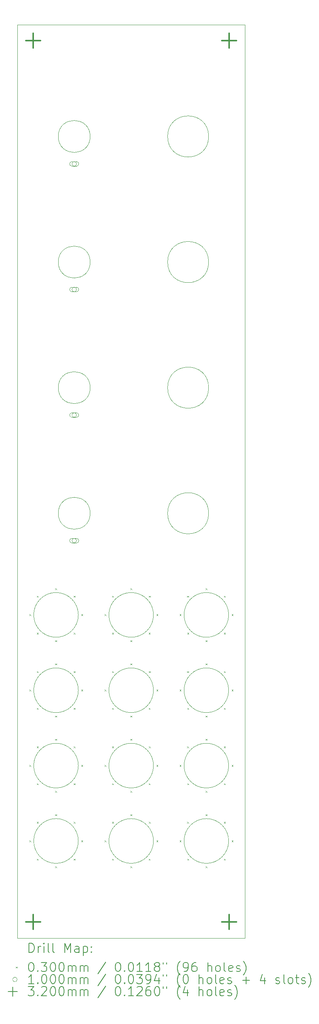
<source format=gbr>
%TF.GenerationSoftware,KiCad,Pcbnew,9.0.4*%
%TF.CreationDate,2025-10-04T20:18:54+02:00*%
%TF.ProjectId,DMH_VCA_Bank_PANEL,444d485f-5643-4415-9f42-616e6b5f5041,rev?*%
%TF.SameCoordinates,Original*%
%TF.FileFunction,Drillmap*%
%TF.FilePolarity,Positive*%
%FSLAX45Y45*%
G04 Gerber Fmt 4.5, Leading zero omitted, Abs format (unit mm)*
G04 Created by KiCad (PCBNEW 9.0.4) date 2025-10-04 20:18:54*
%MOMM*%
%LPD*%
G01*
G04 APERTURE LIST*
%ADD10C,0.050000*%
%ADD11C,0.200000*%
%ADD12C,0.100000*%
%ADD13C,0.320000*%
G04 APERTURE END LIST*
D10*
X5000000Y-3000000D02*
X10000000Y-3000000D01*
X10000000Y-23000000D01*
X5000000Y-23000000D01*
X5000000Y-3000000D01*
X6340000Y-19225000D02*
G75*
G02*
X5360000Y-19225000I-490000J0D01*
G01*
X5360000Y-19225000D02*
G75*
G02*
X6340000Y-19225000I490000J0D01*
G01*
X9640000Y-19225000D02*
G75*
G02*
X8660000Y-19225000I-490000J0D01*
G01*
X8660000Y-19225000D02*
G75*
G02*
X9640000Y-19225000I490000J0D01*
G01*
X7990000Y-20875000D02*
G75*
G02*
X7010000Y-20875000I-490000J0D01*
G01*
X7010000Y-20875000D02*
G75*
G02*
X7990000Y-20875000I490000J0D01*
G01*
X6600000Y-5450000D02*
G75*
G02*
X5900000Y-5450000I-350000J0D01*
G01*
X5900000Y-5450000D02*
G75*
G02*
X6600000Y-5450000I350000J0D01*
G01*
X7990000Y-19225000D02*
G75*
G02*
X7010000Y-19225000I-490000J0D01*
G01*
X7010000Y-19225000D02*
G75*
G02*
X7990000Y-19225000I490000J0D01*
G01*
X7990000Y-15925000D02*
G75*
G02*
X7010000Y-15925000I-490000J0D01*
G01*
X7010000Y-15925000D02*
G75*
G02*
X7990000Y-15925000I490000J0D01*
G01*
X6600000Y-13700000D02*
G75*
G02*
X5900000Y-13700000I-350000J0D01*
G01*
X5900000Y-13700000D02*
G75*
G02*
X6600000Y-13700000I350000J0D01*
G01*
X9640000Y-15925000D02*
G75*
G02*
X8660000Y-15925000I-490000J0D01*
G01*
X8660000Y-15925000D02*
G75*
G02*
X9640000Y-15925000I490000J0D01*
G01*
X7990000Y-17575000D02*
G75*
G02*
X7010000Y-17575000I-490000J0D01*
G01*
X7010000Y-17575000D02*
G75*
G02*
X7990000Y-17575000I490000J0D01*
G01*
X6340000Y-20875000D02*
G75*
G02*
X5360000Y-20875000I-490000J0D01*
G01*
X5360000Y-20875000D02*
G75*
G02*
X6340000Y-20875000I490000J0D01*
G01*
X9640000Y-20875000D02*
G75*
G02*
X8660000Y-20875000I-490000J0D01*
G01*
X8660000Y-20875000D02*
G75*
G02*
X9640000Y-20875000I490000J0D01*
G01*
X6340000Y-17575000D02*
G75*
G02*
X5360000Y-17575000I-490000J0D01*
G01*
X5360000Y-17575000D02*
G75*
G02*
X6340000Y-17575000I490000J0D01*
G01*
X6600000Y-8200000D02*
G75*
G02*
X5900000Y-8200000I-350000J0D01*
G01*
X5900000Y-8200000D02*
G75*
G02*
X6600000Y-8200000I350000J0D01*
G01*
X6600000Y-10950000D02*
G75*
G02*
X5900000Y-10950000I-350000J0D01*
G01*
X5900000Y-10950000D02*
G75*
G02*
X6600000Y-10950000I350000J0D01*
G01*
X6340000Y-15925000D02*
G75*
G02*
X5360000Y-15925000I-490000J0D01*
G01*
X5360000Y-15925000D02*
G75*
G02*
X6340000Y-15925000I490000J0D01*
G01*
X9200000Y-13700000D02*
G75*
G02*
X8300000Y-13700000I-450000J0D01*
G01*
X8300000Y-13700000D02*
G75*
G02*
X9200000Y-13700000I450000J0D01*
G01*
X9200000Y-5450000D02*
G75*
G02*
X8300000Y-5450000I-450000J0D01*
G01*
X8300000Y-5450000D02*
G75*
G02*
X9200000Y-5450000I450000J0D01*
G01*
X9200000Y-8200000D02*
G75*
G02*
X8300000Y-8200000I-450000J0D01*
G01*
X8300000Y-8200000D02*
G75*
G02*
X9200000Y-8200000I450000J0D01*
G01*
X9200000Y-10950000D02*
G75*
G02*
X8300000Y-10950000I-450000J0D01*
G01*
X8300000Y-10950000D02*
G75*
G02*
X9200000Y-10950000I450000J0D01*
G01*
X9640000Y-17575000D02*
G75*
G02*
X8660000Y-17575000I-490000J0D01*
G01*
X8660000Y-17575000D02*
G75*
G02*
X9640000Y-17575000I490000J0D01*
G01*
D11*
D12*
X5265000Y-15910000D02*
X5295000Y-15940000D01*
X5295000Y-15910000D02*
X5265000Y-15940000D01*
X5265000Y-17560000D02*
X5295000Y-17590000D01*
X5295000Y-17560000D02*
X5265000Y-17590000D01*
X5265000Y-19210000D02*
X5295000Y-19240000D01*
X5295000Y-19210000D02*
X5265000Y-19240000D01*
X5265000Y-20860000D02*
X5295000Y-20890000D01*
X5295000Y-20860000D02*
X5265000Y-20890000D01*
X5431000Y-15507000D02*
X5461000Y-15537000D01*
X5461000Y-15507000D02*
X5431000Y-15537000D01*
X5431000Y-17157000D02*
X5461000Y-17187000D01*
X5461000Y-17157000D02*
X5431000Y-17187000D01*
X5431000Y-18807000D02*
X5461000Y-18837000D01*
X5461000Y-18807000D02*
X5431000Y-18837000D01*
X5431000Y-20457000D02*
X5461000Y-20487000D01*
X5461000Y-20457000D02*
X5431000Y-20487000D01*
X5432000Y-16314000D02*
X5462000Y-16344000D01*
X5462000Y-16314000D02*
X5432000Y-16344000D01*
X5432000Y-17964000D02*
X5462000Y-17994000D01*
X5462000Y-17964000D02*
X5432000Y-17994000D01*
X5432000Y-19614000D02*
X5462000Y-19644000D01*
X5462000Y-19614000D02*
X5432000Y-19644000D01*
X5432000Y-21264000D02*
X5462000Y-21294000D01*
X5462000Y-21264000D02*
X5432000Y-21294000D01*
X5835000Y-15340000D02*
X5865000Y-15370000D01*
X5865000Y-15340000D02*
X5835000Y-15370000D01*
X5835000Y-16480000D02*
X5865000Y-16510000D01*
X5865000Y-16480000D02*
X5835000Y-16510000D01*
X5835000Y-16990000D02*
X5865000Y-17020000D01*
X5865000Y-16990000D02*
X5835000Y-17020000D01*
X5835000Y-18130000D02*
X5865000Y-18160000D01*
X5865000Y-18130000D02*
X5835000Y-18160000D01*
X5835000Y-18640000D02*
X5865000Y-18670000D01*
X5865000Y-18640000D02*
X5835000Y-18670000D01*
X5835000Y-19780000D02*
X5865000Y-19810000D01*
X5865000Y-19780000D02*
X5835000Y-19810000D01*
X5835000Y-20290000D02*
X5865000Y-20320000D01*
X5865000Y-20290000D02*
X5835000Y-20320000D01*
X5835000Y-21430000D02*
X5865000Y-21460000D01*
X5865000Y-21430000D02*
X5835000Y-21460000D01*
X6238000Y-16314000D02*
X6268000Y-16344000D01*
X6268000Y-16314000D02*
X6238000Y-16344000D01*
X6238000Y-17964000D02*
X6268000Y-17994000D01*
X6268000Y-17964000D02*
X6238000Y-17994000D01*
X6238000Y-19614000D02*
X6268000Y-19644000D01*
X6268000Y-19614000D02*
X6238000Y-19644000D01*
X6238000Y-21264000D02*
X6268000Y-21294000D01*
X6268000Y-21264000D02*
X6238000Y-21294000D01*
X6239000Y-15507000D02*
X6269000Y-15537000D01*
X6269000Y-15507000D02*
X6239000Y-15537000D01*
X6239000Y-17157000D02*
X6269000Y-17187000D01*
X6269000Y-17157000D02*
X6239000Y-17187000D01*
X6239000Y-18807000D02*
X6269000Y-18837000D01*
X6269000Y-18807000D02*
X6239000Y-18837000D01*
X6239000Y-20457000D02*
X6269000Y-20487000D01*
X6269000Y-20457000D02*
X6239000Y-20487000D01*
X6405000Y-15910000D02*
X6435000Y-15940000D01*
X6435000Y-15910000D02*
X6405000Y-15940000D01*
X6405000Y-17560000D02*
X6435000Y-17590000D01*
X6435000Y-17560000D02*
X6405000Y-17590000D01*
X6405000Y-19210000D02*
X6435000Y-19240000D01*
X6435000Y-19210000D02*
X6405000Y-19240000D01*
X6405000Y-20860000D02*
X6435000Y-20890000D01*
X6435000Y-20860000D02*
X6405000Y-20890000D01*
X6915000Y-15910000D02*
X6945000Y-15940000D01*
X6945000Y-15910000D02*
X6915000Y-15940000D01*
X6915000Y-17560000D02*
X6945000Y-17590000D01*
X6945000Y-17560000D02*
X6915000Y-17590000D01*
X6915000Y-19210000D02*
X6945000Y-19240000D01*
X6945000Y-19210000D02*
X6915000Y-19240000D01*
X6915000Y-20860000D02*
X6945000Y-20890000D01*
X6945000Y-20860000D02*
X6915000Y-20890000D01*
X7081000Y-15507000D02*
X7111000Y-15537000D01*
X7111000Y-15507000D02*
X7081000Y-15537000D01*
X7081000Y-17157000D02*
X7111000Y-17187000D01*
X7111000Y-17157000D02*
X7081000Y-17187000D01*
X7081000Y-18807000D02*
X7111000Y-18837000D01*
X7111000Y-18807000D02*
X7081000Y-18837000D01*
X7081000Y-20457000D02*
X7111000Y-20487000D01*
X7111000Y-20457000D02*
X7081000Y-20487000D01*
X7082000Y-16314000D02*
X7112000Y-16344000D01*
X7112000Y-16314000D02*
X7082000Y-16344000D01*
X7082000Y-17964000D02*
X7112000Y-17994000D01*
X7112000Y-17964000D02*
X7082000Y-17994000D01*
X7082000Y-19614000D02*
X7112000Y-19644000D01*
X7112000Y-19614000D02*
X7082000Y-19644000D01*
X7082000Y-21264000D02*
X7112000Y-21294000D01*
X7112000Y-21264000D02*
X7082000Y-21294000D01*
X7485000Y-15340000D02*
X7515000Y-15370000D01*
X7515000Y-15340000D02*
X7485000Y-15370000D01*
X7485000Y-16480000D02*
X7515000Y-16510000D01*
X7515000Y-16480000D02*
X7485000Y-16510000D01*
X7485000Y-16990000D02*
X7515000Y-17020000D01*
X7515000Y-16990000D02*
X7485000Y-17020000D01*
X7485000Y-18130000D02*
X7515000Y-18160000D01*
X7515000Y-18130000D02*
X7485000Y-18160000D01*
X7485000Y-18640000D02*
X7515000Y-18670000D01*
X7515000Y-18640000D02*
X7485000Y-18670000D01*
X7485000Y-19780000D02*
X7515000Y-19810000D01*
X7515000Y-19780000D02*
X7485000Y-19810000D01*
X7485000Y-20290000D02*
X7515000Y-20320000D01*
X7515000Y-20290000D02*
X7485000Y-20320000D01*
X7485000Y-21430000D02*
X7515000Y-21460000D01*
X7515000Y-21430000D02*
X7485000Y-21460000D01*
X7888000Y-16314000D02*
X7918000Y-16344000D01*
X7918000Y-16314000D02*
X7888000Y-16344000D01*
X7888000Y-17964000D02*
X7918000Y-17994000D01*
X7918000Y-17964000D02*
X7888000Y-17994000D01*
X7888000Y-19614000D02*
X7918000Y-19644000D01*
X7918000Y-19614000D02*
X7888000Y-19644000D01*
X7888000Y-21264000D02*
X7918000Y-21294000D01*
X7918000Y-21264000D02*
X7888000Y-21294000D01*
X7889000Y-15507000D02*
X7919000Y-15537000D01*
X7919000Y-15507000D02*
X7889000Y-15537000D01*
X7889000Y-17157000D02*
X7919000Y-17187000D01*
X7919000Y-17157000D02*
X7889000Y-17187000D01*
X7889000Y-18807000D02*
X7919000Y-18837000D01*
X7919000Y-18807000D02*
X7889000Y-18837000D01*
X7889000Y-20457000D02*
X7919000Y-20487000D01*
X7919000Y-20457000D02*
X7889000Y-20487000D01*
X8055000Y-15910000D02*
X8085000Y-15940000D01*
X8085000Y-15910000D02*
X8055000Y-15940000D01*
X8055000Y-17560000D02*
X8085000Y-17590000D01*
X8085000Y-17560000D02*
X8055000Y-17590000D01*
X8055000Y-19210000D02*
X8085000Y-19240000D01*
X8085000Y-19210000D02*
X8055000Y-19240000D01*
X8055000Y-20860000D02*
X8085000Y-20890000D01*
X8085000Y-20860000D02*
X8055000Y-20890000D01*
X8565000Y-15910000D02*
X8595000Y-15940000D01*
X8595000Y-15910000D02*
X8565000Y-15940000D01*
X8565000Y-17560000D02*
X8595000Y-17590000D01*
X8595000Y-17560000D02*
X8565000Y-17590000D01*
X8565000Y-19210000D02*
X8595000Y-19240000D01*
X8595000Y-19210000D02*
X8565000Y-19240000D01*
X8565000Y-20860000D02*
X8595000Y-20890000D01*
X8595000Y-20860000D02*
X8565000Y-20890000D01*
X8731000Y-15507000D02*
X8761000Y-15537000D01*
X8761000Y-15507000D02*
X8731000Y-15537000D01*
X8731000Y-17157000D02*
X8761000Y-17187000D01*
X8761000Y-17157000D02*
X8731000Y-17187000D01*
X8731000Y-18807000D02*
X8761000Y-18837000D01*
X8761000Y-18807000D02*
X8731000Y-18837000D01*
X8731000Y-20457000D02*
X8761000Y-20487000D01*
X8761000Y-20457000D02*
X8731000Y-20487000D01*
X8732000Y-16314000D02*
X8762000Y-16344000D01*
X8762000Y-16314000D02*
X8732000Y-16344000D01*
X8732000Y-17964000D02*
X8762000Y-17994000D01*
X8762000Y-17964000D02*
X8732000Y-17994000D01*
X8732000Y-19614000D02*
X8762000Y-19644000D01*
X8762000Y-19614000D02*
X8732000Y-19644000D01*
X8732000Y-21264000D02*
X8762000Y-21294000D01*
X8762000Y-21264000D02*
X8732000Y-21294000D01*
X9135000Y-15340000D02*
X9165000Y-15370000D01*
X9165000Y-15340000D02*
X9135000Y-15370000D01*
X9135000Y-16480000D02*
X9165000Y-16510000D01*
X9165000Y-16480000D02*
X9135000Y-16510000D01*
X9135000Y-16990000D02*
X9165000Y-17020000D01*
X9165000Y-16990000D02*
X9135000Y-17020000D01*
X9135000Y-18130000D02*
X9165000Y-18160000D01*
X9165000Y-18130000D02*
X9135000Y-18160000D01*
X9135000Y-18640000D02*
X9165000Y-18670000D01*
X9165000Y-18640000D02*
X9135000Y-18670000D01*
X9135000Y-19780000D02*
X9165000Y-19810000D01*
X9165000Y-19780000D02*
X9135000Y-19810000D01*
X9135000Y-20290000D02*
X9165000Y-20320000D01*
X9165000Y-20290000D02*
X9135000Y-20320000D01*
X9135000Y-21430000D02*
X9165000Y-21460000D01*
X9165000Y-21430000D02*
X9135000Y-21460000D01*
X9538000Y-16314000D02*
X9568000Y-16344000D01*
X9568000Y-16314000D02*
X9538000Y-16344000D01*
X9538000Y-17964000D02*
X9568000Y-17994000D01*
X9568000Y-17964000D02*
X9538000Y-17994000D01*
X9538000Y-19614000D02*
X9568000Y-19644000D01*
X9568000Y-19614000D02*
X9538000Y-19644000D01*
X9538000Y-21264000D02*
X9568000Y-21294000D01*
X9568000Y-21264000D02*
X9538000Y-21294000D01*
X9539000Y-15507000D02*
X9569000Y-15537000D01*
X9569000Y-15507000D02*
X9539000Y-15537000D01*
X9539000Y-17157000D02*
X9569000Y-17187000D01*
X9569000Y-17157000D02*
X9539000Y-17187000D01*
X9539000Y-18807000D02*
X9569000Y-18837000D01*
X9569000Y-18807000D02*
X9539000Y-18837000D01*
X9539000Y-20457000D02*
X9569000Y-20487000D01*
X9569000Y-20457000D02*
X9539000Y-20487000D01*
X9705000Y-15910000D02*
X9735000Y-15940000D01*
X9735000Y-15910000D02*
X9705000Y-15940000D01*
X9705000Y-17560000D02*
X9735000Y-17590000D01*
X9735000Y-17560000D02*
X9705000Y-17590000D01*
X9705000Y-19210000D02*
X9735000Y-19240000D01*
X9735000Y-19210000D02*
X9705000Y-19240000D01*
X9705000Y-20860000D02*
X9735000Y-20890000D01*
X9735000Y-20860000D02*
X9705000Y-20890000D01*
X6300000Y-6050000D02*
G75*
G02*
X6200000Y-6050000I-50000J0D01*
G01*
X6200000Y-6050000D02*
G75*
G02*
X6300000Y-6050000I50000J0D01*
G01*
X6200000Y-6100000D02*
X6300000Y-6100000D01*
X6300000Y-6000000D02*
G75*
G02*
X6300000Y-6100000I0J-50000D01*
G01*
X6300000Y-6000000D02*
X6200000Y-6000000D01*
X6200000Y-6000000D02*
G75*
G03*
X6200000Y-6100000I0J-50000D01*
G01*
X6300000Y-8800000D02*
G75*
G02*
X6200000Y-8800000I-50000J0D01*
G01*
X6200000Y-8800000D02*
G75*
G02*
X6300000Y-8800000I50000J0D01*
G01*
X6200000Y-8850000D02*
X6300000Y-8850000D01*
X6300000Y-8750000D02*
G75*
G02*
X6300000Y-8850000I0J-50000D01*
G01*
X6300000Y-8750000D02*
X6200000Y-8750000D01*
X6200000Y-8750000D02*
G75*
G03*
X6200000Y-8850000I0J-50000D01*
G01*
X6300000Y-11550000D02*
G75*
G02*
X6200000Y-11550000I-50000J0D01*
G01*
X6200000Y-11550000D02*
G75*
G02*
X6300000Y-11550000I50000J0D01*
G01*
X6200000Y-11600000D02*
X6300000Y-11600000D01*
X6300000Y-11500000D02*
G75*
G02*
X6300000Y-11600000I0J-50000D01*
G01*
X6300000Y-11500000D02*
X6200000Y-11500000D01*
X6200000Y-11500000D02*
G75*
G03*
X6200000Y-11600000I0J-50000D01*
G01*
X6300000Y-14300000D02*
G75*
G02*
X6200000Y-14300000I-50000J0D01*
G01*
X6200000Y-14300000D02*
G75*
G02*
X6300000Y-14300000I50000J0D01*
G01*
X6200000Y-14350000D02*
X6300000Y-14350000D01*
X6300000Y-14250000D02*
G75*
G02*
X6300000Y-14350000I0J-50000D01*
G01*
X6300000Y-14250000D02*
X6200000Y-14250000D01*
X6200000Y-14250000D02*
G75*
G03*
X6200000Y-14350000I0J-50000D01*
G01*
D13*
X5350000Y-3190000D02*
X5350000Y-3510000D01*
X5190000Y-3350000D02*
X5510000Y-3350000D01*
X5350000Y-22490000D02*
X5350000Y-22810000D01*
X5190000Y-22650000D02*
X5510000Y-22650000D01*
X9650000Y-3190000D02*
X9650000Y-3510000D01*
X9490000Y-3350000D02*
X9810000Y-3350000D01*
X9650000Y-22490000D02*
X9650000Y-22810000D01*
X9490000Y-22650000D02*
X9810000Y-22650000D01*
D11*
X5258277Y-23313984D02*
X5258277Y-23113984D01*
X5258277Y-23113984D02*
X5305896Y-23113984D01*
X5305896Y-23113984D02*
X5334467Y-23123508D01*
X5334467Y-23123508D02*
X5353515Y-23142555D01*
X5353515Y-23142555D02*
X5363039Y-23161603D01*
X5363039Y-23161603D02*
X5372563Y-23199698D01*
X5372563Y-23199698D02*
X5372563Y-23228269D01*
X5372563Y-23228269D02*
X5363039Y-23266365D01*
X5363039Y-23266365D02*
X5353515Y-23285412D01*
X5353515Y-23285412D02*
X5334467Y-23304460D01*
X5334467Y-23304460D02*
X5305896Y-23313984D01*
X5305896Y-23313984D02*
X5258277Y-23313984D01*
X5458277Y-23313984D02*
X5458277Y-23180650D01*
X5458277Y-23218746D02*
X5467801Y-23199698D01*
X5467801Y-23199698D02*
X5477324Y-23190174D01*
X5477324Y-23190174D02*
X5496372Y-23180650D01*
X5496372Y-23180650D02*
X5515420Y-23180650D01*
X5582086Y-23313984D02*
X5582086Y-23180650D01*
X5582086Y-23113984D02*
X5572563Y-23123508D01*
X5572563Y-23123508D02*
X5582086Y-23133031D01*
X5582086Y-23133031D02*
X5591610Y-23123508D01*
X5591610Y-23123508D02*
X5582086Y-23113984D01*
X5582086Y-23113984D02*
X5582086Y-23133031D01*
X5705896Y-23313984D02*
X5686848Y-23304460D01*
X5686848Y-23304460D02*
X5677324Y-23285412D01*
X5677324Y-23285412D02*
X5677324Y-23113984D01*
X5810658Y-23313984D02*
X5791610Y-23304460D01*
X5791610Y-23304460D02*
X5782086Y-23285412D01*
X5782086Y-23285412D02*
X5782086Y-23113984D01*
X6039229Y-23313984D02*
X6039229Y-23113984D01*
X6039229Y-23113984D02*
X6105896Y-23256841D01*
X6105896Y-23256841D02*
X6172562Y-23113984D01*
X6172562Y-23113984D02*
X6172562Y-23313984D01*
X6353515Y-23313984D02*
X6353515Y-23209222D01*
X6353515Y-23209222D02*
X6343991Y-23190174D01*
X6343991Y-23190174D02*
X6324943Y-23180650D01*
X6324943Y-23180650D02*
X6286848Y-23180650D01*
X6286848Y-23180650D02*
X6267801Y-23190174D01*
X6353515Y-23304460D02*
X6334467Y-23313984D01*
X6334467Y-23313984D02*
X6286848Y-23313984D01*
X6286848Y-23313984D02*
X6267801Y-23304460D01*
X6267801Y-23304460D02*
X6258277Y-23285412D01*
X6258277Y-23285412D02*
X6258277Y-23266365D01*
X6258277Y-23266365D02*
X6267801Y-23247317D01*
X6267801Y-23247317D02*
X6286848Y-23237793D01*
X6286848Y-23237793D02*
X6334467Y-23237793D01*
X6334467Y-23237793D02*
X6353515Y-23228269D01*
X6448753Y-23180650D02*
X6448753Y-23380650D01*
X6448753Y-23190174D02*
X6467801Y-23180650D01*
X6467801Y-23180650D02*
X6505896Y-23180650D01*
X6505896Y-23180650D02*
X6524943Y-23190174D01*
X6524943Y-23190174D02*
X6534467Y-23199698D01*
X6534467Y-23199698D02*
X6543991Y-23218746D01*
X6543991Y-23218746D02*
X6543991Y-23275888D01*
X6543991Y-23275888D02*
X6534467Y-23294936D01*
X6534467Y-23294936D02*
X6524943Y-23304460D01*
X6524943Y-23304460D02*
X6505896Y-23313984D01*
X6505896Y-23313984D02*
X6467801Y-23313984D01*
X6467801Y-23313984D02*
X6448753Y-23304460D01*
X6629705Y-23294936D02*
X6639229Y-23304460D01*
X6639229Y-23304460D02*
X6629705Y-23313984D01*
X6629705Y-23313984D02*
X6620182Y-23304460D01*
X6620182Y-23304460D02*
X6629705Y-23294936D01*
X6629705Y-23294936D02*
X6629705Y-23313984D01*
X6629705Y-23190174D02*
X6639229Y-23199698D01*
X6639229Y-23199698D02*
X6629705Y-23209222D01*
X6629705Y-23209222D02*
X6620182Y-23199698D01*
X6620182Y-23199698D02*
X6629705Y-23190174D01*
X6629705Y-23190174D02*
X6629705Y-23209222D01*
D12*
X4967500Y-23627500D02*
X4997500Y-23657500D01*
X4997500Y-23627500D02*
X4967500Y-23657500D01*
D11*
X5296372Y-23533984D02*
X5315420Y-23533984D01*
X5315420Y-23533984D02*
X5334467Y-23543508D01*
X5334467Y-23543508D02*
X5343991Y-23553031D01*
X5343991Y-23553031D02*
X5353515Y-23572079D01*
X5353515Y-23572079D02*
X5363039Y-23610174D01*
X5363039Y-23610174D02*
X5363039Y-23657793D01*
X5363039Y-23657793D02*
X5353515Y-23695888D01*
X5353515Y-23695888D02*
X5343991Y-23714936D01*
X5343991Y-23714936D02*
X5334467Y-23724460D01*
X5334467Y-23724460D02*
X5315420Y-23733984D01*
X5315420Y-23733984D02*
X5296372Y-23733984D01*
X5296372Y-23733984D02*
X5277324Y-23724460D01*
X5277324Y-23724460D02*
X5267801Y-23714936D01*
X5267801Y-23714936D02*
X5258277Y-23695888D01*
X5258277Y-23695888D02*
X5248753Y-23657793D01*
X5248753Y-23657793D02*
X5248753Y-23610174D01*
X5248753Y-23610174D02*
X5258277Y-23572079D01*
X5258277Y-23572079D02*
X5267801Y-23553031D01*
X5267801Y-23553031D02*
X5277324Y-23543508D01*
X5277324Y-23543508D02*
X5296372Y-23533984D01*
X5448753Y-23714936D02*
X5458277Y-23724460D01*
X5458277Y-23724460D02*
X5448753Y-23733984D01*
X5448753Y-23733984D02*
X5439229Y-23724460D01*
X5439229Y-23724460D02*
X5448753Y-23714936D01*
X5448753Y-23714936D02*
X5448753Y-23733984D01*
X5524944Y-23533984D02*
X5648753Y-23533984D01*
X5648753Y-23533984D02*
X5582086Y-23610174D01*
X5582086Y-23610174D02*
X5610658Y-23610174D01*
X5610658Y-23610174D02*
X5629705Y-23619698D01*
X5629705Y-23619698D02*
X5639229Y-23629222D01*
X5639229Y-23629222D02*
X5648753Y-23648269D01*
X5648753Y-23648269D02*
X5648753Y-23695888D01*
X5648753Y-23695888D02*
X5639229Y-23714936D01*
X5639229Y-23714936D02*
X5629705Y-23724460D01*
X5629705Y-23724460D02*
X5610658Y-23733984D01*
X5610658Y-23733984D02*
X5553515Y-23733984D01*
X5553515Y-23733984D02*
X5534467Y-23724460D01*
X5534467Y-23724460D02*
X5524944Y-23714936D01*
X5772562Y-23533984D02*
X5791610Y-23533984D01*
X5791610Y-23533984D02*
X5810658Y-23543508D01*
X5810658Y-23543508D02*
X5820182Y-23553031D01*
X5820182Y-23553031D02*
X5829705Y-23572079D01*
X5829705Y-23572079D02*
X5839229Y-23610174D01*
X5839229Y-23610174D02*
X5839229Y-23657793D01*
X5839229Y-23657793D02*
X5829705Y-23695888D01*
X5829705Y-23695888D02*
X5820182Y-23714936D01*
X5820182Y-23714936D02*
X5810658Y-23724460D01*
X5810658Y-23724460D02*
X5791610Y-23733984D01*
X5791610Y-23733984D02*
X5772562Y-23733984D01*
X5772562Y-23733984D02*
X5753515Y-23724460D01*
X5753515Y-23724460D02*
X5743991Y-23714936D01*
X5743991Y-23714936D02*
X5734467Y-23695888D01*
X5734467Y-23695888D02*
X5724943Y-23657793D01*
X5724943Y-23657793D02*
X5724943Y-23610174D01*
X5724943Y-23610174D02*
X5734467Y-23572079D01*
X5734467Y-23572079D02*
X5743991Y-23553031D01*
X5743991Y-23553031D02*
X5753515Y-23543508D01*
X5753515Y-23543508D02*
X5772562Y-23533984D01*
X5963039Y-23533984D02*
X5982086Y-23533984D01*
X5982086Y-23533984D02*
X6001134Y-23543508D01*
X6001134Y-23543508D02*
X6010658Y-23553031D01*
X6010658Y-23553031D02*
X6020182Y-23572079D01*
X6020182Y-23572079D02*
X6029705Y-23610174D01*
X6029705Y-23610174D02*
X6029705Y-23657793D01*
X6029705Y-23657793D02*
X6020182Y-23695888D01*
X6020182Y-23695888D02*
X6010658Y-23714936D01*
X6010658Y-23714936D02*
X6001134Y-23724460D01*
X6001134Y-23724460D02*
X5982086Y-23733984D01*
X5982086Y-23733984D02*
X5963039Y-23733984D01*
X5963039Y-23733984D02*
X5943991Y-23724460D01*
X5943991Y-23724460D02*
X5934467Y-23714936D01*
X5934467Y-23714936D02*
X5924943Y-23695888D01*
X5924943Y-23695888D02*
X5915420Y-23657793D01*
X5915420Y-23657793D02*
X5915420Y-23610174D01*
X5915420Y-23610174D02*
X5924943Y-23572079D01*
X5924943Y-23572079D02*
X5934467Y-23553031D01*
X5934467Y-23553031D02*
X5943991Y-23543508D01*
X5943991Y-23543508D02*
X5963039Y-23533984D01*
X6115420Y-23733984D02*
X6115420Y-23600650D01*
X6115420Y-23619698D02*
X6124943Y-23610174D01*
X6124943Y-23610174D02*
X6143991Y-23600650D01*
X6143991Y-23600650D02*
X6172563Y-23600650D01*
X6172563Y-23600650D02*
X6191610Y-23610174D01*
X6191610Y-23610174D02*
X6201134Y-23629222D01*
X6201134Y-23629222D02*
X6201134Y-23733984D01*
X6201134Y-23629222D02*
X6210658Y-23610174D01*
X6210658Y-23610174D02*
X6229705Y-23600650D01*
X6229705Y-23600650D02*
X6258277Y-23600650D01*
X6258277Y-23600650D02*
X6277324Y-23610174D01*
X6277324Y-23610174D02*
X6286848Y-23629222D01*
X6286848Y-23629222D02*
X6286848Y-23733984D01*
X6382086Y-23733984D02*
X6382086Y-23600650D01*
X6382086Y-23619698D02*
X6391610Y-23610174D01*
X6391610Y-23610174D02*
X6410658Y-23600650D01*
X6410658Y-23600650D02*
X6439229Y-23600650D01*
X6439229Y-23600650D02*
X6458277Y-23610174D01*
X6458277Y-23610174D02*
X6467801Y-23629222D01*
X6467801Y-23629222D02*
X6467801Y-23733984D01*
X6467801Y-23629222D02*
X6477324Y-23610174D01*
X6477324Y-23610174D02*
X6496372Y-23600650D01*
X6496372Y-23600650D02*
X6524943Y-23600650D01*
X6524943Y-23600650D02*
X6543991Y-23610174D01*
X6543991Y-23610174D02*
X6553515Y-23629222D01*
X6553515Y-23629222D02*
X6553515Y-23733984D01*
X6943991Y-23524460D02*
X6772563Y-23781603D01*
X7201134Y-23533984D02*
X7220182Y-23533984D01*
X7220182Y-23533984D02*
X7239229Y-23543508D01*
X7239229Y-23543508D02*
X7248753Y-23553031D01*
X7248753Y-23553031D02*
X7258277Y-23572079D01*
X7258277Y-23572079D02*
X7267801Y-23610174D01*
X7267801Y-23610174D02*
X7267801Y-23657793D01*
X7267801Y-23657793D02*
X7258277Y-23695888D01*
X7258277Y-23695888D02*
X7248753Y-23714936D01*
X7248753Y-23714936D02*
X7239229Y-23724460D01*
X7239229Y-23724460D02*
X7220182Y-23733984D01*
X7220182Y-23733984D02*
X7201134Y-23733984D01*
X7201134Y-23733984D02*
X7182086Y-23724460D01*
X7182086Y-23724460D02*
X7172563Y-23714936D01*
X7172563Y-23714936D02*
X7163039Y-23695888D01*
X7163039Y-23695888D02*
X7153515Y-23657793D01*
X7153515Y-23657793D02*
X7153515Y-23610174D01*
X7153515Y-23610174D02*
X7163039Y-23572079D01*
X7163039Y-23572079D02*
X7172563Y-23553031D01*
X7172563Y-23553031D02*
X7182086Y-23543508D01*
X7182086Y-23543508D02*
X7201134Y-23533984D01*
X7353515Y-23714936D02*
X7363039Y-23724460D01*
X7363039Y-23724460D02*
X7353515Y-23733984D01*
X7353515Y-23733984D02*
X7343991Y-23724460D01*
X7343991Y-23724460D02*
X7353515Y-23714936D01*
X7353515Y-23714936D02*
X7353515Y-23733984D01*
X7486848Y-23533984D02*
X7505896Y-23533984D01*
X7505896Y-23533984D02*
X7524944Y-23543508D01*
X7524944Y-23543508D02*
X7534467Y-23553031D01*
X7534467Y-23553031D02*
X7543991Y-23572079D01*
X7543991Y-23572079D02*
X7553515Y-23610174D01*
X7553515Y-23610174D02*
X7553515Y-23657793D01*
X7553515Y-23657793D02*
X7543991Y-23695888D01*
X7543991Y-23695888D02*
X7534467Y-23714936D01*
X7534467Y-23714936D02*
X7524944Y-23724460D01*
X7524944Y-23724460D02*
X7505896Y-23733984D01*
X7505896Y-23733984D02*
X7486848Y-23733984D01*
X7486848Y-23733984D02*
X7467801Y-23724460D01*
X7467801Y-23724460D02*
X7458277Y-23714936D01*
X7458277Y-23714936D02*
X7448753Y-23695888D01*
X7448753Y-23695888D02*
X7439229Y-23657793D01*
X7439229Y-23657793D02*
X7439229Y-23610174D01*
X7439229Y-23610174D02*
X7448753Y-23572079D01*
X7448753Y-23572079D02*
X7458277Y-23553031D01*
X7458277Y-23553031D02*
X7467801Y-23543508D01*
X7467801Y-23543508D02*
X7486848Y-23533984D01*
X7743991Y-23733984D02*
X7629706Y-23733984D01*
X7686848Y-23733984D02*
X7686848Y-23533984D01*
X7686848Y-23533984D02*
X7667801Y-23562555D01*
X7667801Y-23562555D02*
X7648753Y-23581603D01*
X7648753Y-23581603D02*
X7629706Y-23591127D01*
X7934467Y-23733984D02*
X7820182Y-23733984D01*
X7877325Y-23733984D02*
X7877325Y-23533984D01*
X7877325Y-23533984D02*
X7858277Y-23562555D01*
X7858277Y-23562555D02*
X7839229Y-23581603D01*
X7839229Y-23581603D02*
X7820182Y-23591127D01*
X8048753Y-23619698D02*
X8029706Y-23610174D01*
X8029706Y-23610174D02*
X8020182Y-23600650D01*
X8020182Y-23600650D02*
X8010658Y-23581603D01*
X8010658Y-23581603D02*
X8010658Y-23572079D01*
X8010658Y-23572079D02*
X8020182Y-23553031D01*
X8020182Y-23553031D02*
X8029706Y-23543508D01*
X8029706Y-23543508D02*
X8048753Y-23533984D01*
X8048753Y-23533984D02*
X8086848Y-23533984D01*
X8086848Y-23533984D02*
X8105896Y-23543508D01*
X8105896Y-23543508D02*
X8115420Y-23553031D01*
X8115420Y-23553031D02*
X8124944Y-23572079D01*
X8124944Y-23572079D02*
X8124944Y-23581603D01*
X8124944Y-23581603D02*
X8115420Y-23600650D01*
X8115420Y-23600650D02*
X8105896Y-23610174D01*
X8105896Y-23610174D02*
X8086848Y-23619698D01*
X8086848Y-23619698D02*
X8048753Y-23619698D01*
X8048753Y-23619698D02*
X8029706Y-23629222D01*
X8029706Y-23629222D02*
X8020182Y-23638746D01*
X8020182Y-23638746D02*
X8010658Y-23657793D01*
X8010658Y-23657793D02*
X8010658Y-23695888D01*
X8010658Y-23695888D02*
X8020182Y-23714936D01*
X8020182Y-23714936D02*
X8029706Y-23724460D01*
X8029706Y-23724460D02*
X8048753Y-23733984D01*
X8048753Y-23733984D02*
X8086848Y-23733984D01*
X8086848Y-23733984D02*
X8105896Y-23724460D01*
X8105896Y-23724460D02*
X8115420Y-23714936D01*
X8115420Y-23714936D02*
X8124944Y-23695888D01*
X8124944Y-23695888D02*
X8124944Y-23657793D01*
X8124944Y-23657793D02*
X8115420Y-23638746D01*
X8115420Y-23638746D02*
X8105896Y-23629222D01*
X8105896Y-23629222D02*
X8086848Y-23619698D01*
X8201134Y-23533984D02*
X8201134Y-23572079D01*
X8277325Y-23533984D02*
X8277325Y-23572079D01*
X8572563Y-23810174D02*
X8563039Y-23800650D01*
X8563039Y-23800650D02*
X8543991Y-23772079D01*
X8543991Y-23772079D02*
X8534468Y-23753031D01*
X8534468Y-23753031D02*
X8524944Y-23724460D01*
X8524944Y-23724460D02*
X8515420Y-23676841D01*
X8515420Y-23676841D02*
X8515420Y-23638746D01*
X8515420Y-23638746D02*
X8524944Y-23591127D01*
X8524944Y-23591127D02*
X8534468Y-23562555D01*
X8534468Y-23562555D02*
X8543991Y-23543508D01*
X8543991Y-23543508D02*
X8563039Y-23514936D01*
X8563039Y-23514936D02*
X8572563Y-23505412D01*
X8658277Y-23733984D02*
X8696372Y-23733984D01*
X8696372Y-23733984D02*
X8715420Y-23724460D01*
X8715420Y-23724460D02*
X8724944Y-23714936D01*
X8724944Y-23714936D02*
X8743991Y-23686365D01*
X8743991Y-23686365D02*
X8753515Y-23648269D01*
X8753515Y-23648269D02*
X8753515Y-23572079D01*
X8753515Y-23572079D02*
X8743991Y-23553031D01*
X8743991Y-23553031D02*
X8734468Y-23543508D01*
X8734468Y-23543508D02*
X8715420Y-23533984D01*
X8715420Y-23533984D02*
X8677325Y-23533984D01*
X8677325Y-23533984D02*
X8658277Y-23543508D01*
X8658277Y-23543508D02*
X8648753Y-23553031D01*
X8648753Y-23553031D02*
X8639230Y-23572079D01*
X8639230Y-23572079D02*
X8639230Y-23619698D01*
X8639230Y-23619698D02*
X8648753Y-23638746D01*
X8648753Y-23638746D02*
X8658277Y-23648269D01*
X8658277Y-23648269D02*
X8677325Y-23657793D01*
X8677325Y-23657793D02*
X8715420Y-23657793D01*
X8715420Y-23657793D02*
X8734468Y-23648269D01*
X8734468Y-23648269D02*
X8743991Y-23638746D01*
X8743991Y-23638746D02*
X8753515Y-23619698D01*
X8924944Y-23533984D02*
X8886849Y-23533984D01*
X8886849Y-23533984D02*
X8867801Y-23543508D01*
X8867801Y-23543508D02*
X8858277Y-23553031D01*
X8858277Y-23553031D02*
X8839230Y-23581603D01*
X8839230Y-23581603D02*
X8829706Y-23619698D01*
X8829706Y-23619698D02*
X8829706Y-23695888D01*
X8829706Y-23695888D02*
X8839230Y-23714936D01*
X8839230Y-23714936D02*
X8848753Y-23724460D01*
X8848753Y-23724460D02*
X8867801Y-23733984D01*
X8867801Y-23733984D02*
X8905896Y-23733984D01*
X8905896Y-23733984D02*
X8924944Y-23724460D01*
X8924944Y-23724460D02*
X8934468Y-23714936D01*
X8934468Y-23714936D02*
X8943991Y-23695888D01*
X8943991Y-23695888D02*
X8943991Y-23648269D01*
X8943991Y-23648269D02*
X8934468Y-23629222D01*
X8934468Y-23629222D02*
X8924944Y-23619698D01*
X8924944Y-23619698D02*
X8905896Y-23610174D01*
X8905896Y-23610174D02*
X8867801Y-23610174D01*
X8867801Y-23610174D02*
X8848753Y-23619698D01*
X8848753Y-23619698D02*
X8839230Y-23629222D01*
X8839230Y-23629222D02*
X8829706Y-23648269D01*
X9182087Y-23733984D02*
X9182087Y-23533984D01*
X9267801Y-23733984D02*
X9267801Y-23629222D01*
X9267801Y-23629222D02*
X9258277Y-23610174D01*
X9258277Y-23610174D02*
X9239230Y-23600650D01*
X9239230Y-23600650D02*
X9210658Y-23600650D01*
X9210658Y-23600650D02*
X9191611Y-23610174D01*
X9191611Y-23610174D02*
X9182087Y-23619698D01*
X9391611Y-23733984D02*
X9372563Y-23724460D01*
X9372563Y-23724460D02*
X9363039Y-23714936D01*
X9363039Y-23714936D02*
X9353515Y-23695888D01*
X9353515Y-23695888D02*
X9353515Y-23638746D01*
X9353515Y-23638746D02*
X9363039Y-23619698D01*
X9363039Y-23619698D02*
X9372563Y-23610174D01*
X9372563Y-23610174D02*
X9391611Y-23600650D01*
X9391611Y-23600650D02*
X9420182Y-23600650D01*
X9420182Y-23600650D02*
X9439230Y-23610174D01*
X9439230Y-23610174D02*
X9448753Y-23619698D01*
X9448753Y-23619698D02*
X9458277Y-23638746D01*
X9458277Y-23638746D02*
X9458277Y-23695888D01*
X9458277Y-23695888D02*
X9448753Y-23714936D01*
X9448753Y-23714936D02*
X9439230Y-23724460D01*
X9439230Y-23724460D02*
X9420182Y-23733984D01*
X9420182Y-23733984D02*
X9391611Y-23733984D01*
X9572563Y-23733984D02*
X9553515Y-23724460D01*
X9553515Y-23724460D02*
X9543992Y-23705412D01*
X9543992Y-23705412D02*
X9543992Y-23533984D01*
X9724944Y-23724460D02*
X9705896Y-23733984D01*
X9705896Y-23733984D02*
X9667801Y-23733984D01*
X9667801Y-23733984D02*
X9648753Y-23724460D01*
X9648753Y-23724460D02*
X9639230Y-23705412D01*
X9639230Y-23705412D02*
X9639230Y-23629222D01*
X9639230Y-23629222D02*
X9648753Y-23610174D01*
X9648753Y-23610174D02*
X9667801Y-23600650D01*
X9667801Y-23600650D02*
X9705896Y-23600650D01*
X9705896Y-23600650D02*
X9724944Y-23610174D01*
X9724944Y-23610174D02*
X9734468Y-23629222D01*
X9734468Y-23629222D02*
X9734468Y-23648269D01*
X9734468Y-23648269D02*
X9639230Y-23667317D01*
X9810658Y-23724460D02*
X9829706Y-23733984D01*
X9829706Y-23733984D02*
X9867801Y-23733984D01*
X9867801Y-23733984D02*
X9886849Y-23724460D01*
X9886849Y-23724460D02*
X9896373Y-23705412D01*
X9896373Y-23705412D02*
X9896373Y-23695888D01*
X9896373Y-23695888D02*
X9886849Y-23676841D01*
X9886849Y-23676841D02*
X9867801Y-23667317D01*
X9867801Y-23667317D02*
X9839230Y-23667317D01*
X9839230Y-23667317D02*
X9820182Y-23657793D01*
X9820182Y-23657793D02*
X9810658Y-23638746D01*
X9810658Y-23638746D02*
X9810658Y-23629222D01*
X9810658Y-23629222D02*
X9820182Y-23610174D01*
X9820182Y-23610174D02*
X9839230Y-23600650D01*
X9839230Y-23600650D02*
X9867801Y-23600650D01*
X9867801Y-23600650D02*
X9886849Y-23610174D01*
X9963039Y-23810174D02*
X9972563Y-23800650D01*
X9972563Y-23800650D02*
X9991611Y-23772079D01*
X9991611Y-23772079D02*
X10001134Y-23753031D01*
X10001134Y-23753031D02*
X10010658Y-23724460D01*
X10010658Y-23724460D02*
X10020182Y-23676841D01*
X10020182Y-23676841D02*
X10020182Y-23638746D01*
X10020182Y-23638746D02*
X10010658Y-23591127D01*
X10010658Y-23591127D02*
X10001134Y-23562555D01*
X10001134Y-23562555D02*
X9991611Y-23543508D01*
X9991611Y-23543508D02*
X9972563Y-23514936D01*
X9972563Y-23514936D02*
X9963039Y-23505412D01*
D12*
X4997500Y-23906500D02*
G75*
G02*
X4897500Y-23906500I-50000J0D01*
G01*
X4897500Y-23906500D02*
G75*
G02*
X4997500Y-23906500I50000J0D01*
G01*
D11*
X5363039Y-23997984D02*
X5248753Y-23997984D01*
X5305896Y-23997984D02*
X5305896Y-23797984D01*
X5305896Y-23797984D02*
X5286848Y-23826555D01*
X5286848Y-23826555D02*
X5267801Y-23845603D01*
X5267801Y-23845603D02*
X5248753Y-23855127D01*
X5448753Y-23978936D02*
X5458277Y-23988460D01*
X5458277Y-23988460D02*
X5448753Y-23997984D01*
X5448753Y-23997984D02*
X5439229Y-23988460D01*
X5439229Y-23988460D02*
X5448753Y-23978936D01*
X5448753Y-23978936D02*
X5448753Y-23997984D01*
X5582086Y-23797984D02*
X5601134Y-23797984D01*
X5601134Y-23797984D02*
X5620182Y-23807508D01*
X5620182Y-23807508D02*
X5629705Y-23817031D01*
X5629705Y-23817031D02*
X5639229Y-23836079D01*
X5639229Y-23836079D02*
X5648753Y-23874174D01*
X5648753Y-23874174D02*
X5648753Y-23921793D01*
X5648753Y-23921793D02*
X5639229Y-23959888D01*
X5639229Y-23959888D02*
X5629705Y-23978936D01*
X5629705Y-23978936D02*
X5620182Y-23988460D01*
X5620182Y-23988460D02*
X5601134Y-23997984D01*
X5601134Y-23997984D02*
X5582086Y-23997984D01*
X5582086Y-23997984D02*
X5563039Y-23988460D01*
X5563039Y-23988460D02*
X5553515Y-23978936D01*
X5553515Y-23978936D02*
X5543991Y-23959888D01*
X5543991Y-23959888D02*
X5534467Y-23921793D01*
X5534467Y-23921793D02*
X5534467Y-23874174D01*
X5534467Y-23874174D02*
X5543991Y-23836079D01*
X5543991Y-23836079D02*
X5553515Y-23817031D01*
X5553515Y-23817031D02*
X5563039Y-23807508D01*
X5563039Y-23807508D02*
X5582086Y-23797984D01*
X5772562Y-23797984D02*
X5791610Y-23797984D01*
X5791610Y-23797984D02*
X5810658Y-23807508D01*
X5810658Y-23807508D02*
X5820182Y-23817031D01*
X5820182Y-23817031D02*
X5829705Y-23836079D01*
X5829705Y-23836079D02*
X5839229Y-23874174D01*
X5839229Y-23874174D02*
X5839229Y-23921793D01*
X5839229Y-23921793D02*
X5829705Y-23959888D01*
X5829705Y-23959888D02*
X5820182Y-23978936D01*
X5820182Y-23978936D02*
X5810658Y-23988460D01*
X5810658Y-23988460D02*
X5791610Y-23997984D01*
X5791610Y-23997984D02*
X5772562Y-23997984D01*
X5772562Y-23997984D02*
X5753515Y-23988460D01*
X5753515Y-23988460D02*
X5743991Y-23978936D01*
X5743991Y-23978936D02*
X5734467Y-23959888D01*
X5734467Y-23959888D02*
X5724943Y-23921793D01*
X5724943Y-23921793D02*
X5724943Y-23874174D01*
X5724943Y-23874174D02*
X5734467Y-23836079D01*
X5734467Y-23836079D02*
X5743991Y-23817031D01*
X5743991Y-23817031D02*
X5753515Y-23807508D01*
X5753515Y-23807508D02*
X5772562Y-23797984D01*
X5963039Y-23797984D02*
X5982086Y-23797984D01*
X5982086Y-23797984D02*
X6001134Y-23807508D01*
X6001134Y-23807508D02*
X6010658Y-23817031D01*
X6010658Y-23817031D02*
X6020182Y-23836079D01*
X6020182Y-23836079D02*
X6029705Y-23874174D01*
X6029705Y-23874174D02*
X6029705Y-23921793D01*
X6029705Y-23921793D02*
X6020182Y-23959888D01*
X6020182Y-23959888D02*
X6010658Y-23978936D01*
X6010658Y-23978936D02*
X6001134Y-23988460D01*
X6001134Y-23988460D02*
X5982086Y-23997984D01*
X5982086Y-23997984D02*
X5963039Y-23997984D01*
X5963039Y-23997984D02*
X5943991Y-23988460D01*
X5943991Y-23988460D02*
X5934467Y-23978936D01*
X5934467Y-23978936D02*
X5924943Y-23959888D01*
X5924943Y-23959888D02*
X5915420Y-23921793D01*
X5915420Y-23921793D02*
X5915420Y-23874174D01*
X5915420Y-23874174D02*
X5924943Y-23836079D01*
X5924943Y-23836079D02*
X5934467Y-23817031D01*
X5934467Y-23817031D02*
X5943991Y-23807508D01*
X5943991Y-23807508D02*
X5963039Y-23797984D01*
X6115420Y-23997984D02*
X6115420Y-23864650D01*
X6115420Y-23883698D02*
X6124943Y-23874174D01*
X6124943Y-23874174D02*
X6143991Y-23864650D01*
X6143991Y-23864650D02*
X6172563Y-23864650D01*
X6172563Y-23864650D02*
X6191610Y-23874174D01*
X6191610Y-23874174D02*
X6201134Y-23893222D01*
X6201134Y-23893222D02*
X6201134Y-23997984D01*
X6201134Y-23893222D02*
X6210658Y-23874174D01*
X6210658Y-23874174D02*
X6229705Y-23864650D01*
X6229705Y-23864650D02*
X6258277Y-23864650D01*
X6258277Y-23864650D02*
X6277324Y-23874174D01*
X6277324Y-23874174D02*
X6286848Y-23893222D01*
X6286848Y-23893222D02*
X6286848Y-23997984D01*
X6382086Y-23997984D02*
X6382086Y-23864650D01*
X6382086Y-23883698D02*
X6391610Y-23874174D01*
X6391610Y-23874174D02*
X6410658Y-23864650D01*
X6410658Y-23864650D02*
X6439229Y-23864650D01*
X6439229Y-23864650D02*
X6458277Y-23874174D01*
X6458277Y-23874174D02*
X6467801Y-23893222D01*
X6467801Y-23893222D02*
X6467801Y-23997984D01*
X6467801Y-23893222D02*
X6477324Y-23874174D01*
X6477324Y-23874174D02*
X6496372Y-23864650D01*
X6496372Y-23864650D02*
X6524943Y-23864650D01*
X6524943Y-23864650D02*
X6543991Y-23874174D01*
X6543991Y-23874174D02*
X6553515Y-23893222D01*
X6553515Y-23893222D02*
X6553515Y-23997984D01*
X6943991Y-23788460D02*
X6772563Y-24045603D01*
X7201134Y-23797984D02*
X7220182Y-23797984D01*
X7220182Y-23797984D02*
X7239229Y-23807508D01*
X7239229Y-23807508D02*
X7248753Y-23817031D01*
X7248753Y-23817031D02*
X7258277Y-23836079D01*
X7258277Y-23836079D02*
X7267801Y-23874174D01*
X7267801Y-23874174D02*
X7267801Y-23921793D01*
X7267801Y-23921793D02*
X7258277Y-23959888D01*
X7258277Y-23959888D02*
X7248753Y-23978936D01*
X7248753Y-23978936D02*
X7239229Y-23988460D01*
X7239229Y-23988460D02*
X7220182Y-23997984D01*
X7220182Y-23997984D02*
X7201134Y-23997984D01*
X7201134Y-23997984D02*
X7182086Y-23988460D01*
X7182086Y-23988460D02*
X7172563Y-23978936D01*
X7172563Y-23978936D02*
X7163039Y-23959888D01*
X7163039Y-23959888D02*
X7153515Y-23921793D01*
X7153515Y-23921793D02*
X7153515Y-23874174D01*
X7153515Y-23874174D02*
X7163039Y-23836079D01*
X7163039Y-23836079D02*
X7172563Y-23817031D01*
X7172563Y-23817031D02*
X7182086Y-23807508D01*
X7182086Y-23807508D02*
X7201134Y-23797984D01*
X7353515Y-23978936D02*
X7363039Y-23988460D01*
X7363039Y-23988460D02*
X7353515Y-23997984D01*
X7353515Y-23997984D02*
X7343991Y-23988460D01*
X7343991Y-23988460D02*
X7353515Y-23978936D01*
X7353515Y-23978936D02*
X7353515Y-23997984D01*
X7486848Y-23797984D02*
X7505896Y-23797984D01*
X7505896Y-23797984D02*
X7524944Y-23807508D01*
X7524944Y-23807508D02*
X7534467Y-23817031D01*
X7534467Y-23817031D02*
X7543991Y-23836079D01*
X7543991Y-23836079D02*
X7553515Y-23874174D01*
X7553515Y-23874174D02*
X7553515Y-23921793D01*
X7553515Y-23921793D02*
X7543991Y-23959888D01*
X7543991Y-23959888D02*
X7534467Y-23978936D01*
X7534467Y-23978936D02*
X7524944Y-23988460D01*
X7524944Y-23988460D02*
X7505896Y-23997984D01*
X7505896Y-23997984D02*
X7486848Y-23997984D01*
X7486848Y-23997984D02*
X7467801Y-23988460D01*
X7467801Y-23988460D02*
X7458277Y-23978936D01*
X7458277Y-23978936D02*
X7448753Y-23959888D01*
X7448753Y-23959888D02*
X7439229Y-23921793D01*
X7439229Y-23921793D02*
X7439229Y-23874174D01*
X7439229Y-23874174D02*
X7448753Y-23836079D01*
X7448753Y-23836079D02*
X7458277Y-23817031D01*
X7458277Y-23817031D02*
X7467801Y-23807508D01*
X7467801Y-23807508D02*
X7486848Y-23797984D01*
X7620182Y-23797984D02*
X7743991Y-23797984D01*
X7743991Y-23797984D02*
X7677325Y-23874174D01*
X7677325Y-23874174D02*
X7705896Y-23874174D01*
X7705896Y-23874174D02*
X7724944Y-23883698D01*
X7724944Y-23883698D02*
X7734467Y-23893222D01*
X7734467Y-23893222D02*
X7743991Y-23912269D01*
X7743991Y-23912269D02*
X7743991Y-23959888D01*
X7743991Y-23959888D02*
X7734467Y-23978936D01*
X7734467Y-23978936D02*
X7724944Y-23988460D01*
X7724944Y-23988460D02*
X7705896Y-23997984D01*
X7705896Y-23997984D02*
X7648753Y-23997984D01*
X7648753Y-23997984D02*
X7629706Y-23988460D01*
X7629706Y-23988460D02*
X7620182Y-23978936D01*
X7839229Y-23997984D02*
X7877325Y-23997984D01*
X7877325Y-23997984D02*
X7896372Y-23988460D01*
X7896372Y-23988460D02*
X7905896Y-23978936D01*
X7905896Y-23978936D02*
X7924944Y-23950365D01*
X7924944Y-23950365D02*
X7934467Y-23912269D01*
X7934467Y-23912269D02*
X7934467Y-23836079D01*
X7934467Y-23836079D02*
X7924944Y-23817031D01*
X7924944Y-23817031D02*
X7915420Y-23807508D01*
X7915420Y-23807508D02*
X7896372Y-23797984D01*
X7896372Y-23797984D02*
X7858277Y-23797984D01*
X7858277Y-23797984D02*
X7839229Y-23807508D01*
X7839229Y-23807508D02*
X7829706Y-23817031D01*
X7829706Y-23817031D02*
X7820182Y-23836079D01*
X7820182Y-23836079D02*
X7820182Y-23883698D01*
X7820182Y-23883698D02*
X7829706Y-23902746D01*
X7829706Y-23902746D02*
X7839229Y-23912269D01*
X7839229Y-23912269D02*
X7858277Y-23921793D01*
X7858277Y-23921793D02*
X7896372Y-23921793D01*
X7896372Y-23921793D02*
X7915420Y-23912269D01*
X7915420Y-23912269D02*
X7924944Y-23902746D01*
X7924944Y-23902746D02*
X7934467Y-23883698D01*
X8105896Y-23864650D02*
X8105896Y-23997984D01*
X8058277Y-23788460D02*
X8010658Y-23931317D01*
X8010658Y-23931317D02*
X8134467Y-23931317D01*
X8201134Y-23797984D02*
X8201134Y-23836079D01*
X8277325Y-23797984D02*
X8277325Y-23836079D01*
X8572563Y-24074174D02*
X8563039Y-24064650D01*
X8563039Y-24064650D02*
X8543991Y-24036079D01*
X8543991Y-24036079D02*
X8534468Y-24017031D01*
X8534468Y-24017031D02*
X8524944Y-23988460D01*
X8524944Y-23988460D02*
X8515420Y-23940841D01*
X8515420Y-23940841D02*
X8515420Y-23902746D01*
X8515420Y-23902746D02*
X8524944Y-23855127D01*
X8524944Y-23855127D02*
X8534468Y-23826555D01*
X8534468Y-23826555D02*
X8543991Y-23807508D01*
X8543991Y-23807508D02*
X8563039Y-23778936D01*
X8563039Y-23778936D02*
X8572563Y-23769412D01*
X8686849Y-23797984D02*
X8705896Y-23797984D01*
X8705896Y-23797984D02*
X8724944Y-23807508D01*
X8724944Y-23807508D02*
X8734468Y-23817031D01*
X8734468Y-23817031D02*
X8743991Y-23836079D01*
X8743991Y-23836079D02*
X8753515Y-23874174D01*
X8753515Y-23874174D02*
X8753515Y-23921793D01*
X8753515Y-23921793D02*
X8743991Y-23959888D01*
X8743991Y-23959888D02*
X8734468Y-23978936D01*
X8734468Y-23978936D02*
X8724944Y-23988460D01*
X8724944Y-23988460D02*
X8705896Y-23997984D01*
X8705896Y-23997984D02*
X8686849Y-23997984D01*
X8686849Y-23997984D02*
X8667801Y-23988460D01*
X8667801Y-23988460D02*
X8658277Y-23978936D01*
X8658277Y-23978936D02*
X8648753Y-23959888D01*
X8648753Y-23959888D02*
X8639230Y-23921793D01*
X8639230Y-23921793D02*
X8639230Y-23874174D01*
X8639230Y-23874174D02*
X8648753Y-23836079D01*
X8648753Y-23836079D02*
X8658277Y-23817031D01*
X8658277Y-23817031D02*
X8667801Y-23807508D01*
X8667801Y-23807508D02*
X8686849Y-23797984D01*
X8991611Y-23997984D02*
X8991611Y-23797984D01*
X9077325Y-23997984D02*
X9077325Y-23893222D01*
X9077325Y-23893222D02*
X9067801Y-23874174D01*
X9067801Y-23874174D02*
X9048753Y-23864650D01*
X9048753Y-23864650D02*
X9020182Y-23864650D01*
X9020182Y-23864650D02*
X9001134Y-23874174D01*
X9001134Y-23874174D02*
X8991611Y-23883698D01*
X9201134Y-23997984D02*
X9182087Y-23988460D01*
X9182087Y-23988460D02*
X9172563Y-23978936D01*
X9172563Y-23978936D02*
X9163039Y-23959888D01*
X9163039Y-23959888D02*
X9163039Y-23902746D01*
X9163039Y-23902746D02*
X9172563Y-23883698D01*
X9172563Y-23883698D02*
X9182087Y-23874174D01*
X9182087Y-23874174D02*
X9201134Y-23864650D01*
X9201134Y-23864650D02*
X9229706Y-23864650D01*
X9229706Y-23864650D02*
X9248753Y-23874174D01*
X9248753Y-23874174D02*
X9258277Y-23883698D01*
X9258277Y-23883698D02*
X9267801Y-23902746D01*
X9267801Y-23902746D02*
X9267801Y-23959888D01*
X9267801Y-23959888D02*
X9258277Y-23978936D01*
X9258277Y-23978936D02*
X9248753Y-23988460D01*
X9248753Y-23988460D02*
X9229706Y-23997984D01*
X9229706Y-23997984D02*
X9201134Y-23997984D01*
X9382087Y-23997984D02*
X9363039Y-23988460D01*
X9363039Y-23988460D02*
X9353515Y-23969412D01*
X9353515Y-23969412D02*
X9353515Y-23797984D01*
X9534468Y-23988460D02*
X9515420Y-23997984D01*
X9515420Y-23997984D02*
X9477325Y-23997984D01*
X9477325Y-23997984D02*
X9458277Y-23988460D01*
X9458277Y-23988460D02*
X9448753Y-23969412D01*
X9448753Y-23969412D02*
X9448753Y-23893222D01*
X9448753Y-23893222D02*
X9458277Y-23874174D01*
X9458277Y-23874174D02*
X9477325Y-23864650D01*
X9477325Y-23864650D02*
X9515420Y-23864650D01*
X9515420Y-23864650D02*
X9534468Y-23874174D01*
X9534468Y-23874174D02*
X9543992Y-23893222D01*
X9543992Y-23893222D02*
X9543992Y-23912269D01*
X9543992Y-23912269D02*
X9448753Y-23931317D01*
X9620182Y-23988460D02*
X9639230Y-23997984D01*
X9639230Y-23997984D02*
X9677325Y-23997984D01*
X9677325Y-23997984D02*
X9696373Y-23988460D01*
X9696373Y-23988460D02*
X9705896Y-23969412D01*
X9705896Y-23969412D02*
X9705896Y-23959888D01*
X9705896Y-23959888D02*
X9696373Y-23940841D01*
X9696373Y-23940841D02*
X9677325Y-23931317D01*
X9677325Y-23931317D02*
X9648753Y-23931317D01*
X9648753Y-23931317D02*
X9629706Y-23921793D01*
X9629706Y-23921793D02*
X9620182Y-23902746D01*
X9620182Y-23902746D02*
X9620182Y-23893222D01*
X9620182Y-23893222D02*
X9629706Y-23874174D01*
X9629706Y-23874174D02*
X9648753Y-23864650D01*
X9648753Y-23864650D02*
X9677325Y-23864650D01*
X9677325Y-23864650D02*
X9696373Y-23874174D01*
X9943992Y-23921793D02*
X10096373Y-23921793D01*
X10020182Y-23997984D02*
X10020182Y-23845603D01*
X10429706Y-23864650D02*
X10429706Y-23997984D01*
X10382087Y-23788460D02*
X10334468Y-23931317D01*
X10334468Y-23931317D02*
X10458277Y-23931317D01*
X10677325Y-23988460D02*
X10696373Y-23997984D01*
X10696373Y-23997984D02*
X10734468Y-23997984D01*
X10734468Y-23997984D02*
X10753516Y-23988460D01*
X10753516Y-23988460D02*
X10763039Y-23969412D01*
X10763039Y-23969412D02*
X10763039Y-23959888D01*
X10763039Y-23959888D02*
X10753516Y-23940841D01*
X10753516Y-23940841D02*
X10734468Y-23931317D01*
X10734468Y-23931317D02*
X10705896Y-23931317D01*
X10705896Y-23931317D02*
X10686849Y-23921793D01*
X10686849Y-23921793D02*
X10677325Y-23902746D01*
X10677325Y-23902746D02*
X10677325Y-23893222D01*
X10677325Y-23893222D02*
X10686849Y-23874174D01*
X10686849Y-23874174D02*
X10705896Y-23864650D01*
X10705896Y-23864650D02*
X10734468Y-23864650D01*
X10734468Y-23864650D02*
X10753516Y-23874174D01*
X10877325Y-23997984D02*
X10858277Y-23988460D01*
X10858277Y-23988460D02*
X10848754Y-23969412D01*
X10848754Y-23969412D02*
X10848754Y-23797984D01*
X10982087Y-23997984D02*
X10963039Y-23988460D01*
X10963039Y-23988460D02*
X10953516Y-23978936D01*
X10953516Y-23978936D02*
X10943992Y-23959888D01*
X10943992Y-23959888D02*
X10943992Y-23902746D01*
X10943992Y-23902746D02*
X10953516Y-23883698D01*
X10953516Y-23883698D02*
X10963039Y-23874174D01*
X10963039Y-23874174D02*
X10982087Y-23864650D01*
X10982087Y-23864650D02*
X11010658Y-23864650D01*
X11010658Y-23864650D02*
X11029706Y-23874174D01*
X11029706Y-23874174D02*
X11039230Y-23883698D01*
X11039230Y-23883698D02*
X11048754Y-23902746D01*
X11048754Y-23902746D02*
X11048754Y-23959888D01*
X11048754Y-23959888D02*
X11039230Y-23978936D01*
X11039230Y-23978936D02*
X11029706Y-23988460D01*
X11029706Y-23988460D02*
X11010658Y-23997984D01*
X11010658Y-23997984D02*
X10982087Y-23997984D01*
X11105897Y-23864650D02*
X11182087Y-23864650D01*
X11134468Y-23797984D02*
X11134468Y-23969412D01*
X11134468Y-23969412D02*
X11143992Y-23988460D01*
X11143992Y-23988460D02*
X11163039Y-23997984D01*
X11163039Y-23997984D02*
X11182087Y-23997984D01*
X11239230Y-23988460D02*
X11258277Y-23997984D01*
X11258277Y-23997984D02*
X11296373Y-23997984D01*
X11296373Y-23997984D02*
X11315420Y-23988460D01*
X11315420Y-23988460D02*
X11324944Y-23969412D01*
X11324944Y-23969412D02*
X11324944Y-23959888D01*
X11324944Y-23959888D02*
X11315420Y-23940841D01*
X11315420Y-23940841D02*
X11296373Y-23931317D01*
X11296373Y-23931317D02*
X11267801Y-23931317D01*
X11267801Y-23931317D02*
X11248754Y-23921793D01*
X11248754Y-23921793D02*
X11239230Y-23902746D01*
X11239230Y-23902746D02*
X11239230Y-23893222D01*
X11239230Y-23893222D02*
X11248754Y-23874174D01*
X11248754Y-23874174D02*
X11267801Y-23864650D01*
X11267801Y-23864650D02*
X11296373Y-23864650D01*
X11296373Y-23864650D02*
X11315420Y-23874174D01*
X11391611Y-24074174D02*
X11401135Y-24064650D01*
X11401135Y-24064650D02*
X11420182Y-24036079D01*
X11420182Y-24036079D02*
X11429706Y-24017031D01*
X11429706Y-24017031D02*
X11439230Y-23988460D01*
X11439230Y-23988460D02*
X11448754Y-23940841D01*
X11448754Y-23940841D02*
X11448754Y-23902746D01*
X11448754Y-23902746D02*
X11439230Y-23855127D01*
X11439230Y-23855127D02*
X11429706Y-23826555D01*
X11429706Y-23826555D02*
X11420182Y-23807508D01*
X11420182Y-23807508D02*
X11401135Y-23778936D01*
X11401135Y-23778936D02*
X11391611Y-23769412D01*
X4897500Y-24070500D02*
X4897500Y-24270500D01*
X4797500Y-24170500D02*
X4997500Y-24170500D01*
X5239229Y-24061984D02*
X5363039Y-24061984D01*
X5363039Y-24061984D02*
X5296372Y-24138174D01*
X5296372Y-24138174D02*
X5324944Y-24138174D01*
X5324944Y-24138174D02*
X5343991Y-24147698D01*
X5343991Y-24147698D02*
X5353515Y-24157222D01*
X5353515Y-24157222D02*
X5363039Y-24176269D01*
X5363039Y-24176269D02*
X5363039Y-24223888D01*
X5363039Y-24223888D02*
X5353515Y-24242936D01*
X5353515Y-24242936D02*
X5343991Y-24252460D01*
X5343991Y-24252460D02*
X5324944Y-24261984D01*
X5324944Y-24261984D02*
X5267801Y-24261984D01*
X5267801Y-24261984D02*
X5248753Y-24252460D01*
X5248753Y-24252460D02*
X5239229Y-24242936D01*
X5448753Y-24242936D02*
X5458277Y-24252460D01*
X5458277Y-24252460D02*
X5448753Y-24261984D01*
X5448753Y-24261984D02*
X5439229Y-24252460D01*
X5439229Y-24252460D02*
X5448753Y-24242936D01*
X5448753Y-24242936D02*
X5448753Y-24261984D01*
X5534467Y-24081031D02*
X5543991Y-24071508D01*
X5543991Y-24071508D02*
X5563039Y-24061984D01*
X5563039Y-24061984D02*
X5610658Y-24061984D01*
X5610658Y-24061984D02*
X5629705Y-24071508D01*
X5629705Y-24071508D02*
X5639229Y-24081031D01*
X5639229Y-24081031D02*
X5648753Y-24100079D01*
X5648753Y-24100079D02*
X5648753Y-24119127D01*
X5648753Y-24119127D02*
X5639229Y-24147698D01*
X5639229Y-24147698D02*
X5524944Y-24261984D01*
X5524944Y-24261984D02*
X5648753Y-24261984D01*
X5772562Y-24061984D02*
X5791610Y-24061984D01*
X5791610Y-24061984D02*
X5810658Y-24071508D01*
X5810658Y-24071508D02*
X5820182Y-24081031D01*
X5820182Y-24081031D02*
X5829705Y-24100079D01*
X5829705Y-24100079D02*
X5839229Y-24138174D01*
X5839229Y-24138174D02*
X5839229Y-24185793D01*
X5839229Y-24185793D02*
X5829705Y-24223888D01*
X5829705Y-24223888D02*
X5820182Y-24242936D01*
X5820182Y-24242936D02*
X5810658Y-24252460D01*
X5810658Y-24252460D02*
X5791610Y-24261984D01*
X5791610Y-24261984D02*
X5772562Y-24261984D01*
X5772562Y-24261984D02*
X5753515Y-24252460D01*
X5753515Y-24252460D02*
X5743991Y-24242936D01*
X5743991Y-24242936D02*
X5734467Y-24223888D01*
X5734467Y-24223888D02*
X5724943Y-24185793D01*
X5724943Y-24185793D02*
X5724943Y-24138174D01*
X5724943Y-24138174D02*
X5734467Y-24100079D01*
X5734467Y-24100079D02*
X5743991Y-24081031D01*
X5743991Y-24081031D02*
X5753515Y-24071508D01*
X5753515Y-24071508D02*
X5772562Y-24061984D01*
X5963039Y-24061984D02*
X5982086Y-24061984D01*
X5982086Y-24061984D02*
X6001134Y-24071508D01*
X6001134Y-24071508D02*
X6010658Y-24081031D01*
X6010658Y-24081031D02*
X6020182Y-24100079D01*
X6020182Y-24100079D02*
X6029705Y-24138174D01*
X6029705Y-24138174D02*
X6029705Y-24185793D01*
X6029705Y-24185793D02*
X6020182Y-24223888D01*
X6020182Y-24223888D02*
X6010658Y-24242936D01*
X6010658Y-24242936D02*
X6001134Y-24252460D01*
X6001134Y-24252460D02*
X5982086Y-24261984D01*
X5982086Y-24261984D02*
X5963039Y-24261984D01*
X5963039Y-24261984D02*
X5943991Y-24252460D01*
X5943991Y-24252460D02*
X5934467Y-24242936D01*
X5934467Y-24242936D02*
X5924943Y-24223888D01*
X5924943Y-24223888D02*
X5915420Y-24185793D01*
X5915420Y-24185793D02*
X5915420Y-24138174D01*
X5915420Y-24138174D02*
X5924943Y-24100079D01*
X5924943Y-24100079D02*
X5934467Y-24081031D01*
X5934467Y-24081031D02*
X5943991Y-24071508D01*
X5943991Y-24071508D02*
X5963039Y-24061984D01*
X6115420Y-24261984D02*
X6115420Y-24128650D01*
X6115420Y-24147698D02*
X6124943Y-24138174D01*
X6124943Y-24138174D02*
X6143991Y-24128650D01*
X6143991Y-24128650D02*
X6172563Y-24128650D01*
X6172563Y-24128650D02*
X6191610Y-24138174D01*
X6191610Y-24138174D02*
X6201134Y-24157222D01*
X6201134Y-24157222D02*
X6201134Y-24261984D01*
X6201134Y-24157222D02*
X6210658Y-24138174D01*
X6210658Y-24138174D02*
X6229705Y-24128650D01*
X6229705Y-24128650D02*
X6258277Y-24128650D01*
X6258277Y-24128650D02*
X6277324Y-24138174D01*
X6277324Y-24138174D02*
X6286848Y-24157222D01*
X6286848Y-24157222D02*
X6286848Y-24261984D01*
X6382086Y-24261984D02*
X6382086Y-24128650D01*
X6382086Y-24147698D02*
X6391610Y-24138174D01*
X6391610Y-24138174D02*
X6410658Y-24128650D01*
X6410658Y-24128650D02*
X6439229Y-24128650D01*
X6439229Y-24128650D02*
X6458277Y-24138174D01*
X6458277Y-24138174D02*
X6467801Y-24157222D01*
X6467801Y-24157222D02*
X6467801Y-24261984D01*
X6467801Y-24157222D02*
X6477324Y-24138174D01*
X6477324Y-24138174D02*
X6496372Y-24128650D01*
X6496372Y-24128650D02*
X6524943Y-24128650D01*
X6524943Y-24128650D02*
X6543991Y-24138174D01*
X6543991Y-24138174D02*
X6553515Y-24157222D01*
X6553515Y-24157222D02*
X6553515Y-24261984D01*
X6943991Y-24052460D02*
X6772563Y-24309603D01*
X7201134Y-24061984D02*
X7220182Y-24061984D01*
X7220182Y-24061984D02*
X7239229Y-24071508D01*
X7239229Y-24071508D02*
X7248753Y-24081031D01*
X7248753Y-24081031D02*
X7258277Y-24100079D01*
X7258277Y-24100079D02*
X7267801Y-24138174D01*
X7267801Y-24138174D02*
X7267801Y-24185793D01*
X7267801Y-24185793D02*
X7258277Y-24223888D01*
X7258277Y-24223888D02*
X7248753Y-24242936D01*
X7248753Y-24242936D02*
X7239229Y-24252460D01*
X7239229Y-24252460D02*
X7220182Y-24261984D01*
X7220182Y-24261984D02*
X7201134Y-24261984D01*
X7201134Y-24261984D02*
X7182086Y-24252460D01*
X7182086Y-24252460D02*
X7172563Y-24242936D01*
X7172563Y-24242936D02*
X7163039Y-24223888D01*
X7163039Y-24223888D02*
X7153515Y-24185793D01*
X7153515Y-24185793D02*
X7153515Y-24138174D01*
X7153515Y-24138174D02*
X7163039Y-24100079D01*
X7163039Y-24100079D02*
X7172563Y-24081031D01*
X7172563Y-24081031D02*
X7182086Y-24071508D01*
X7182086Y-24071508D02*
X7201134Y-24061984D01*
X7353515Y-24242936D02*
X7363039Y-24252460D01*
X7363039Y-24252460D02*
X7353515Y-24261984D01*
X7353515Y-24261984D02*
X7343991Y-24252460D01*
X7343991Y-24252460D02*
X7353515Y-24242936D01*
X7353515Y-24242936D02*
X7353515Y-24261984D01*
X7553515Y-24261984D02*
X7439229Y-24261984D01*
X7496372Y-24261984D02*
X7496372Y-24061984D01*
X7496372Y-24061984D02*
X7477325Y-24090555D01*
X7477325Y-24090555D02*
X7458277Y-24109603D01*
X7458277Y-24109603D02*
X7439229Y-24119127D01*
X7629706Y-24081031D02*
X7639229Y-24071508D01*
X7639229Y-24071508D02*
X7658277Y-24061984D01*
X7658277Y-24061984D02*
X7705896Y-24061984D01*
X7705896Y-24061984D02*
X7724944Y-24071508D01*
X7724944Y-24071508D02*
X7734467Y-24081031D01*
X7734467Y-24081031D02*
X7743991Y-24100079D01*
X7743991Y-24100079D02*
X7743991Y-24119127D01*
X7743991Y-24119127D02*
X7734467Y-24147698D01*
X7734467Y-24147698D02*
X7620182Y-24261984D01*
X7620182Y-24261984D02*
X7743991Y-24261984D01*
X7915420Y-24061984D02*
X7877325Y-24061984D01*
X7877325Y-24061984D02*
X7858277Y-24071508D01*
X7858277Y-24071508D02*
X7848753Y-24081031D01*
X7848753Y-24081031D02*
X7829706Y-24109603D01*
X7829706Y-24109603D02*
X7820182Y-24147698D01*
X7820182Y-24147698D02*
X7820182Y-24223888D01*
X7820182Y-24223888D02*
X7829706Y-24242936D01*
X7829706Y-24242936D02*
X7839229Y-24252460D01*
X7839229Y-24252460D02*
X7858277Y-24261984D01*
X7858277Y-24261984D02*
X7896372Y-24261984D01*
X7896372Y-24261984D02*
X7915420Y-24252460D01*
X7915420Y-24252460D02*
X7924944Y-24242936D01*
X7924944Y-24242936D02*
X7934467Y-24223888D01*
X7934467Y-24223888D02*
X7934467Y-24176269D01*
X7934467Y-24176269D02*
X7924944Y-24157222D01*
X7924944Y-24157222D02*
X7915420Y-24147698D01*
X7915420Y-24147698D02*
X7896372Y-24138174D01*
X7896372Y-24138174D02*
X7858277Y-24138174D01*
X7858277Y-24138174D02*
X7839229Y-24147698D01*
X7839229Y-24147698D02*
X7829706Y-24157222D01*
X7829706Y-24157222D02*
X7820182Y-24176269D01*
X8058277Y-24061984D02*
X8077325Y-24061984D01*
X8077325Y-24061984D02*
X8096372Y-24071508D01*
X8096372Y-24071508D02*
X8105896Y-24081031D01*
X8105896Y-24081031D02*
X8115420Y-24100079D01*
X8115420Y-24100079D02*
X8124944Y-24138174D01*
X8124944Y-24138174D02*
X8124944Y-24185793D01*
X8124944Y-24185793D02*
X8115420Y-24223888D01*
X8115420Y-24223888D02*
X8105896Y-24242936D01*
X8105896Y-24242936D02*
X8096372Y-24252460D01*
X8096372Y-24252460D02*
X8077325Y-24261984D01*
X8077325Y-24261984D02*
X8058277Y-24261984D01*
X8058277Y-24261984D02*
X8039229Y-24252460D01*
X8039229Y-24252460D02*
X8029706Y-24242936D01*
X8029706Y-24242936D02*
X8020182Y-24223888D01*
X8020182Y-24223888D02*
X8010658Y-24185793D01*
X8010658Y-24185793D02*
X8010658Y-24138174D01*
X8010658Y-24138174D02*
X8020182Y-24100079D01*
X8020182Y-24100079D02*
X8029706Y-24081031D01*
X8029706Y-24081031D02*
X8039229Y-24071508D01*
X8039229Y-24071508D02*
X8058277Y-24061984D01*
X8201134Y-24061984D02*
X8201134Y-24100079D01*
X8277325Y-24061984D02*
X8277325Y-24100079D01*
X8572563Y-24338174D02*
X8563039Y-24328650D01*
X8563039Y-24328650D02*
X8543991Y-24300079D01*
X8543991Y-24300079D02*
X8534468Y-24281031D01*
X8534468Y-24281031D02*
X8524944Y-24252460D01*
X8524944Y-24252460D02*
X8515420Y-24204841D01*
X8515420Y-24204841D02*
X8515420Y-24166746D01*
X8515420Y-24166746D02*
X8524944Y-24119127D01*
X8524944Y-24119127D02*
X8534468Y-24090555D01*
X8534468Y-24090555D02*
X8543991Y-24071508D01*
X8543991Y-24071508D02*
X8563039Y-24042936D01*
X8563039Y-24042936D02*
X8572563Y-24033412D01*
X8734468Y-24128650D02*
X8734468Y-24261984D01*
X8686849Y-24052460D02*
X8639230Y-24195317D01*
X8639230Y-24195317D02*
X8763039Y-24195317D01*
X8991611Y-24261984D02*
X8991611Y-24061984D01*
X9077325Y-24261984D02*
X9077325Y-24157222D01*
X9077325Y-24157222D02*
X9067801Y-24138174D01*
X9067801Y-24138174D02*
X9048753Y-24128650D01*
X9048753Y-24128650D02*
X9020182Y-24128650D01*
X9020182Y-24128650D02*
X9001134Y-24138174D01*
X9001134Y-24138174D02*
X8991611Y-24147698D01*
X9201134Y-24261984D02*
X9182087Y-24252460D01*
X9182087Y-24252460D02*
X9172563Y-24242936D01*
X9172563Y-24242936D02*
X9163039Y-24223888D01*
X9163039Y-24223888D02*
X9163039Y-24166746D01*
X9163039Y-24166746D02*
X9172563Y-24147698D01*
X9172563Y-24147698D02*
X9182087Y-24138174D01*
X9182087Y-24138174D02*
X9201134Y-24128650D01*
X9201134Y-24128650D02*
X9229706Y-24128650D01*
X9229706Y-24128650D02*
X9248753Y-24138174D01*
X9248753Y-24138174D02*
X9258277Y-24147698D01*
X9258277Y-24147698D02*
X9267801Y-24166746D01*
X9267801Y-24166746D02*
X9267801Y-24223888D01*
X9267801Y-24223888D02*
X9258277Y-24242936D01*
X9258277Y-24242936D02*
X9248753Y-24252460D01*
X9248753Y-24252460D02*
X9229706Y-24261984D01*
X9229706Y-24261984D02*
X9201134Y-24261984D01*
X9382087Y-24261984D02*
X9363039Y-24252460D01*
X9363039Y-24252460D02*
X9353515Y-24233412D01*
X9353515Y-24233412D02*
X9353515Y-24061984D01*
X9534468Y-24252460D02*
X9515420Y-24261984D01*
X9515420Y-24261984D02*
X9477325Y-24261984D01*
X9477325Y-24261984D02*
X9458277Y-24252460D01*
X9458277Y-24252460D02*
X9448753Y-24233412D01*
X9448753Y-24233412D02*
X9448753Y-24157222D01*
X9448753Y-24157222D02*
X9458277Y-24138174D01*
X9458277Y-24138174D02*
X9477325Y-24128650D01*
X9477325Y-24128650D02*
X9515420Y-24128650D01*
X9515420Y-24128650D02*
X9534468Y-24138174D01*
X9534468Y-24138174D02*
X9543992Y-24157222D01*
X9543992Y-24157222D02*
X9543992Y-24176269D01*
X9543992Y-24176269D02*
X9448753Y-24195317D01*
X9620182Y-24252460D02*
X9639230Y-24261984D01*
X9639230Y-24261984D02*
X9677325Y-24261984D01*
X9677325Y-24261984D02*
X9696373Y-24252460D01*
X9696373Y-24252460D02*
X9705896Y-24233412D01*
X9705896Y-24233412D02*
X9705896Y-24223888D01*
X9705896Y-24223888D02*
X9696373Y-24204841D01*
X9696373Y-24204841D02*
X9677325Y-24195317D01*
X9677325Y-24195317D02*
X9648753Y-24195317D01*
X9648753Y-24195317D02*
X9629706Y-24185793D01*
X9629706Y-24185793D02*
X9620182Y-24166746D01*
X9620182Y-24166746D02*
X9620182Y-24157222D01*
X9620182Y-24157222D02*
X9629706Y-24138174D01*
X9629706Y-24138174D02*
X9648753Y-24128650D01*
X9648753Y-24128650D02*
X9677325Y-24128650D01*
X9677325Y-24128650D02*
X9696373Y-24138174D01*
X9772563Y-24338174D02*
X9782087Y-24328650D01*
X9782087Y-24328650D02*
X9801134Y-24300079D01*
X9801134Y-24300079D02*
X9810658Y-24281031D01*
X9810658Y-24281031D02*
X9820182Y-24252460D01*
X9820182Y-24252460D02*
X9829706Y-24204841D01*
X9829706Y-24204841D02*
X9829706Y-24166746D01*
X9829706Y-24166746D02*
X9820182Y-24119127D01*
X9820182Y-24119127D02*
X9810658Y-24090555D01*
X9810658Y-24090555D02*
X9801134Y-24071508D01*
X9801134Y-24071508D02*
X9782087Y-24042936D01*
X9782087Y-24042936D02*
X9772563Y-24033412D01*
M02*

</source>
